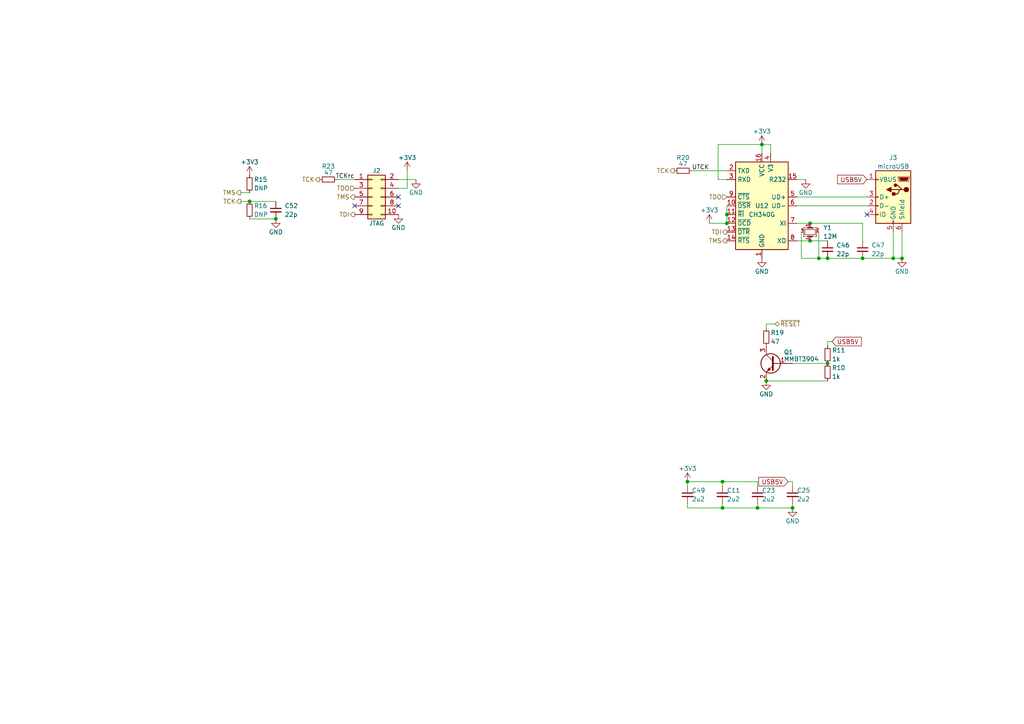
<source format=kicad_sch>
(kicad_sch (version 20230121) (generator eeschema)
  (paper "A4")
  (title_block (title "WarpSE (GW4410A)") (date "2024-04-23") (rev "1.0") (company "Garrett's Workshop"))
  (lib_symbols
    (symbol "Connector:USB_B_Micro" (pin_names (offset 1.016))
      (property "Reference" "J" (at -5.08 11.43 0))
      (property "Value" "USB_B_Micro" (at -5.08 8.89 0))
      (symbol "USB_B_Micro_0_1"
        (rectangle (start -5.08 -7.62) (end 5.08 7.62) (stroke (width 0.254)) (fill (type background)))
        (circle (center -3.81 2.159) (radius 0.635) (stroke (width 0.254)) (fill (type outline)))
        (circle (center -0.635 3.429) (radius 0.381) (stroke (width 0.254)) (fill (type outline)))
        (rectangle (start -0.127 -7.62) (end 0.127 -6.858))
        (polyline (pts (xy -1.905 2.159) (xy 0.635 2.159)) (stroke (width 0.254)))
        (polyline (pts (xy -3.175 2.159) (xy -2.54 2.159) (xy -1.27 3.429) (xy -0.635 3.429)) (stroke (width 0.254)))
        (polyline (pts (xy -2.54 2.159) (xy -1.905 2.159) (xy -1.27 0.889) (xy 0 0.889)) (stroke (width 0.254)))
        (polyline (pts (xy 0.635 2.794) (xy 0.635 1.524) (xy 1.905 2.159) (xy 0.635 2.794)) (stroke (width 0.254)) (fill (type outline)))
        (polyline (pts (xy -4.318 5.588) (xy -1.778 5.588) (xy -2.032 4.826) (xy -4.064 4.826) (xy -4.318 5.588)) (fill (type outline)))
        (polyline (pts (xy -4.699 5.842) (xy -4.699 5.588) (xy -4.445 4.826) (xy -4.445 4.572) (xy -1.651 4.572) (xy -1.651 4.826) (xy -1.397 5.588) (xy -1.397 5.842) (xy -4.699 5.842)))
        (rectangle (start 0.254 1.27) (end -0.508 0.508) (stroke (width 0.254)) (fill (type outline)))
        (rectangle (start 5.08 -5.207) (end 4.318 -4.953))
        (rectangle (start 5.08 -2.667) (end 4.318 -2.413))
        (rectangle (start 5.08 -0.127) (end 4.318 0.127))
        (rectangle (start 5.08 4.953) (end 4.318 5.207))
      )
      (symbol "USB_B_Micro_1_1"
        (pin power_out line (at 7.62 5.08 180) (length 2.54) (name "VBUS") (number "1"))
        (pin bidirectional line (at 7.62 -2.54 180) (length 2.54) (name "D-") (number "2"))
        (pin bidirectional line (at 7.62 0 180) (length 2.54) (name "D+") (number "3"))
        (pin passive line (at 7.62 -5.08 180) (length 2.54) (name "ID") (number "4"))
        (pin power_out line (at 0 -10.16 90) (length 2.54) (name "GND") (number "5"))
        (pin passive line (at -2.54 -10.16 90) (length 2.54) (name "Shield") (number "6"))
      )
    )
    (symbol "Connector_Generic:Conn_02x05_Odd_Even" (pin_names (offset 1.016) hide)
      (property "Reference" "J" (at 1.27 7.62 0))
      (property "Value" "Conn_02x05_Odd_Even" (at 1.27 -7.62 0))
      (symbol "Conn_02x05_Odd_Even_1_1"
        (rectangle (start -1.27 -4.953) (end 0 -5.207) (stroke (width 0.1524)))
        (rectangle (start -1.27 -2.413) (end 0 -2.667) (stroke (width 0.1524)))
        (rectangle (start -1.27 0.127) (end 0 -0.127) (stroke (width 0.1524)))
        (rectangle (start -1.27 2.667) (end 0 2.413) (stroke (width 0.1524)))
        (rectangle (start -1.27 5.207) (end 0 4.953) (stroke (width 0.1524)))
        (rectangle (start -1.27 6.35) (end 3.81 -6.35) (stroke (width 0.254)) (fill (type background)))
        (rectangle (start 3.81 -4.953) (end 2.54 -5.207) (stroke (width 0.1524)))
        (rectangle (start 3.81 -2.413) (end 2.54 -2.667) (stroke (width 0.1524)))
        (rectangle (start 3.81 0.127) (end 2.54 -0.127) (stroke (width 0.1524)))
        (rectangle (start 3.81 2.667) (end 2.54 2.413) (stroke (width 0.1524)))
        (rectangle (start 3.81 5.207) (end 2.54 4.953) (stroke (width 0.1524)))
        (pin passive line (at -5.08 5.08 0) (length 3.81) (name "Pin_1") (number "1"))
        (pin passive line (at 7.62 -5.08 180) (length 3.81) (name "Pin_10") (number "10"))
        (pin passive line (at 7.62 5.08 180) (length 3.81) (name "Pin_2") (number "2"))
        (pin passive line (at -5.08 2.54 0) (length 3.81) (name "Pin_3") (number "3"))
        (pin passive line (at 7.62 2.54 180) (length 3.81) (name "Pin_4") (number "4"))
        (pin passive line (at -5.08 0 0) (length 3.81) (name "Pin_5") (number "5"))
        (pin passive line (at 7.62 0 180) (length 3.81) (name "Pin_6") (number "6"))
        (pin passive line (at -5.08 -2.54 0) (length 3.81) (name "Pin_7") (number "7"))
        (pin passive line (at 7.62 -2.54 180) (length 3.81) (name "Pin_8") (number "8"))
        (pin passive line (at -5.08 -5.08 0) (length 3.81) (name "Pin_9") (number "9"))
      )
    )
    (symbol "Device:C_Small" (pin_numbers hide) (pin_names (offset 0.254) hide)
      (property "Reference" "C" (at 0.254 1.778 0))
      (property "Value" "C_Small" (at 0.254 -2.032 0))
      (symbol "C_Small_0_1"
        (polyline (pts (xy -1.524 -0.508) (xy 1.524 -0.508)) (stroke (width 0.3302)))
        (polyline (pts (xy -1.524 0.508) (xy 1.524 0.508)) (stroke (width 0.3048)))
      )
      (symbol "C_Small_1_1"
        (pin passive line (at 0 2.54 270) (length 2.032) (name "~") (number "1"))
        (pin passive line (at 0 -2.54 90) (length 2.032) (name "~") (number "2"))
      )
    )
    (symbol "Device:Crystal_GND24_Small" (pin_names (offset 1.016) hide)
      (property "Reference" "Y" (at 1.27 4.445 0))
      (property "Value" "Crystal_GND24_Small" (at 1.27 2.54 0))
      (symbol "Crystal_GND24_Small_0_1"
        (rectangle (start -0.762 -1.524) (end 0.762 1.524))
        (polyline (pts (xy -1.27 -0.762) (xy -1.27 0.762)) (stroke (width 0.381)))
        (polyline (pts (xy 1.27 -0.762) (xy 1.27 0.762)) (stroke (width 0.381)))
        (polyline (pts (xy -1.27 -1.27) (xy -1.27 -1.905) (xy 1.27 -1.905) (xy 1.27 -1.27)))
        (polyline (pts (xy -1.27 1.27) (xy -1.27 1.905) (xy 1.27 1.905) (xy 1.27 1.27)))
      )
      (symbol "Crystal_GND24_Small_1_1"
        (pin passive line (at -2.54 0 0) (length 1.27) (name "1") (number "1"))
        (pin passive line (at 0 -2.54 90) (length 0.635) (name "2") (number "2"))
        (pin passive line (at 2.54 0 180) (length 1.27) (name "3") (number "3"))
        (pin passive line (at 0 2.54 270) (length 0.635) (name "4") (number "4"))
      )
    )
    (symbol "Device:R_Small" (pin_numbers hide) (pin_names (offset 0.254) hide)
      (property "Reference" "R" (at 0.762 0.508 0))
      (property "Value" "R_Small" (at 0.762 -1.016 0))
      (symbol "R_Small_0_1"
        (rectangle (start -0.762 1.778) (end 0.762 -1.778) (stroke (width 0.2032)))
      )
      (symbol "R_Small_1_1"
        (pin passive line (at 0 2.54 270) (length 0.762) (name "~") (number "1"))
        (pin passive line (at 0 -2.54 90) (length 0.762) (name "~") (number "2"))
      )
    )
    (symbol "Interface_USB:CH340G"
      (property "Reference" "U" (at -5.08 13.97 0))
      (property "Value" "CH340G" (at 1.27 13.97 0))
      (symbol "CH340G_0_1"
        (rectangle (start -7.62 12.7) (end 7.62 -12.7) (stroke (width 0.254)) (fill (type background)))
      )
      (symbol "CH340G_1_1"
        (pin power_in line (at 0 -15.24 90) (length 2.54) (name "GND") (number "1"))
        (pin input line (at 10.16 0 180) (length 2.54) (name "~{DSR}") (number "10"))
        (pin input line (at 10.16 -2.54 180) (length 2.54) (name "~{RI}") (number "11"))
        (pin input line (at 10.16 -5.08 180) (length 2.54) (name "~{DCD}") (number "12"))
        (pin output line (at 10.16 -7.62 180) (length 2.54) (name "~{DTR}") (number "13"))
        (pin output line (at 10.16 -10.16 180) (length 2.54) (name "~{RTS}") (number "14"))
        (pin input line (at -10.16 7.62 0) (length 2.54) (name "R232") (number "15"))
        (pin power_in line (at 0 15.24 270) (length 2.54) (name "VCC") (number "16"))
        (pin output line (at 10.16 10.16 180) (length 2.54) (name "TXD") (number "2"))
        (pin input line (at 10.16 7.62 180) (length 2.54) (name "RXD") (number "3"))
        (pin passive line (at -2.54 15.24 270) (length 2.54) (name "V3") (number "4"))
        (pin bidirectional line (at -10.16 2.54 0) (length 2.54) (name "UD+") (number "5"))
        (pin bidirectional line (at -10.16 0 0) (length 2.54) (name "UD-") (number "6"))
        (pin input line (at -10.16 -5.08 0) (length 2.54) (name "XI") (number "7"))
        (pin output line (at -10.16 -10.16 0) (length 2.54) (name "XO") (number "8"))
        (pin input line (at 10.16 2.54 180) (length 2.54) (name "~{CTS}") (number "9"))
      )
    )
    (symbol "Transistor_BJT:MMBT3904" (pin_names (offset 0) hide)
      (property "Reference" "Q" (at 5.08 1.905 0))
      (property "Value" "MMBT3904" (at 5.08 0 0))
      (symbol "MMBT3904_0_1"
        (polyline (pts (xy 0.635 0.635) (xy 2.54 2.54)))
        (polyline (pts (xy 0.635 -0.635) (xy 2.54 -2.54) (xy 2.54 -2.54)))
        (polyline (pts (xy 0.635 1.905) (xy 0.635 -1.905) (xy 0.635 -1.905)) (stroke (width 0.508)))
        (polyline (pts (xy 1.27 -1.778) (xy 1.778 -1.27) (xy 2.286 -2.286) (xy 1.27 -1.778) (xy 1.27 -1.778)) (fill (type outline)))
        (circle (center 1.27 0) (radius 2.8194) (stroke (width 0.254)))
      )
      (symbol "MMBT3904_1_1"
        (pin input line (at -5.08 0 0) (length 5.715) (name "B") (number "1"))
        (pin passive line (at 2.54 -5.08 90) (length 2.54) (name "E") (number "2"))
        (pin passive line (at 2.54 5.08 270) (length 2.54) (name "C") (number "3"))
      )
    )
    (symbol "power:+3V3" (power) (pin_names (offset 0))
      (property "Value" "+3V3" (at 0 3.556 0))
      (symbol "+3V3_0_1"
        (polyline (pts (xy -0.762 1.27) (xy 0 2.54)))
        (polyline (pts (xy 0 0) (xy 0 2.54)))
        (polyline (pts (xy 0 2.54) (xy 0.762 1.27)))
      )
      (symbol "+3V3_1_1"
        (pin power_in line (at 0 0 90) (length 0) hide (name "+3V3") (number "1"))
      )
    )
    (symbol "power:GND" (power) (pin_names (offset 0))
      (property "Value" "GND" (at 0 -3.81 0))
      (symbol "GND_0_1"
        (polyline (pts (xy 0 0) (xy 0 -1.27) (xy 1.27 -1.27) (xy 0 -2.54) (xy -1.27 -1.27) (xy 0 -1.27)))
      )
      (symbol "GND_1_1"
        (pin power_in line (at 0 0 270) (length 0) hide (name "GND") (number "1"))
      )
    )
  )
  (junction (at 261.62 74.93))
  (junction (at 210.82 62.23))
  (junction (at 209.55 139.7))
  (junction (at 220.98 41.91))
  (junction (at 250.19 74.93))
  (junction (at 237.49 74.93))
  (junction (at 234.95 69.85))
  (junction (at 240.03 74.93))
  (junction (at 72.39 58.42))
  (junction (at 222.25 110.49))
  (junction (at 219.71 147.32))
  (junction (at 210.82 64.77))
  (junction (at 240.03 105.41))
  (junction (at 229.87 147.32))
  (junction (at 80.01 63.5))
  (junction (at 209.55 147.32))
  (junction (at 259.08 74.93))
  (junction (at 234.95 64.77))
  (junction (at 199.39 139.7))
  (no_connect (at 115.57 59.69))
  (no_connect (at 251.46 62.23))
  (no_connect (at 102.87 59.69))
  (no_connect (at 115.57 57.15))
  (wire (pts (xy 231.14 64.77) (xy 234.95 64.77)))
  (wire (pts (xy 240.03 69.85) (xy 234.95 69.85)))
  (wire (pts (xy 250.19 64.77) (xy 250.19 69.85)))
  (wire (pts (xy 115.57 52.07) (xy 120.65 52.07)))
  (wire (pts (xy 223.52 41.91) (xy 223.52 44.45)))
  (wire (pts (xy 208.28 41.91) (xy 220.98 41.91)))
  (wire (pts (xy 231.14 69.85) (xy 234.95 69.85)))
  (wire (pts (xy 240.03 74.93) (xy 250.19 74.93)))
  (wire (pts (xy 209.55 139.7) (xy 219.71 139.7)))
  (wire (pts (xy 115.57 54.61) (xy 118.11 54.61)))
  (wire (pts (xy 72.39 55.88) (xy 69.85 55.88)))
  (wire (pts (xy 229.87 139.7) (xy 229.87 140.97)))
  (wire (pts (xy 72.39 58.42) (xy 80.01 58.42)))
  (wire (pts (xy 259.08 74.93) (xy 261.62 74.93)))
  (wire (pts (xy 118.11 54.61) (xy 118.11 49.53)))
  (wire (pts (xy 237.49 74.93) (xy 232.41 74.93)))
  (wire (pts (xy 219.71 139.7) (xy 219.71 140.97)))
  (wire (pts (xy 237.49 67.31) (xy 237.49 74.93)))
  (wire (pts (xy 222.25 93.98) (xy 222.25 95.25)))
  (wire (pts (xy 72.39 63.5) (xy 80.01 63.5)))
  (wire (pts (xy 199.39 139.7) (xy 199.39 140.97)))
  (wire (pts (xy 229.87 147.32) (xy 229.87 146.05)))
  (wire (pts (xy 261.62 67.31) (xy 261.62 74.93)))
  (wire (pts (xy 210.82 62.23) (xy 210.82 59.69)))
  (wire (pts (xy 209.55 139.7) (xy 209.55 140.97)))
  (wire (pts (xy 220.98 41.91) (xy 223.52 41.91)))
  (wire (pts (xy 241.3 99.06) (xy 240.03 99.06)))
  (wire (pts (xy 234.95 64.77) (xy 250.19 64.77)))
  (wire (pts (xy 69.85 58.42) (xy 72.39 58.42)))
  (wire (pts (xy 240.03 105.41) (xy 229.87 105.41)))
  (wire (pts (xy 219.71 147.32) (xy 219.71 146.05)))
  (wire (pts (xy 259.08 67.31) (xy 259.08 74.93)))
  (wire (pts (xy 233.68 52.07) (xy 231.14 52.07)))
  (wire (pts (xy 250.19 74.93) (xy 259.08 74.93)))
  (wire (pts (xy 209.55 147.32) (xy 199.39 147.32)))
  (wire (pts (xy 199.39 139.7) (xy 209.55 139.7)))
  (wire (pts (xy 205.74 64.77) (xy 210.82 64.77)))
  (wire (pts (xy 219.71 147.32) (xy 209.55 147.32)))
  (wire (pts (xy 222.25 110.49) (xy 240.03 110.49)))
  (wire (pts (xy 237.49 74.93) (xy 240.03 74.93)))
  (wire (pts (xy 209.55 147.32) (xy 209.55 146.05)))
  (wire (pts (xy 240.03 99.06) (xy 240.03 100.33)))
  (wire (pts (xy 229.87 139.7) (xy 228.6 139.7)))
  (wire (pts (xy 199.39 147.32) (xy 199.39 146.05)))
  (wire (pts (xy 210.82 62.23) (xy 210.82 64.77)))
  (wire (pts (xy 219.71 147.32) (xy 229.87 147.32)))
  (wire (pts (xy 232.41 74.93) (xy 232.41 67.31)))
  (wire (pts (xy 251.46 57.15) (xy 231.14 57.15)))
  (wire (pts (xy 208.28 41.91) (xy 208.28 52.07)))
  (wire (pts (xy 224.79 93.98) (xy 222.25 93.98)))
  (wire (pts (xy 208.28 52.07) (xy 210.82 52.07)))
  (wire (pts (xy 231.14 59.69) (xy 251.46 59.69)))
  (wire (pts (xy 220.98 41.91) (xy 220.98 44.45)))
  (wire (pts (xy 97.79 52.07) (xy 102.87 52.07)))
  (wire (pts (xy 210.82 49.53) (xy 200.66 49.53)))
  (label "UTCK" (at 200.66 49.53 0))
  (label "TCKrc" (at 102.87 52.07 180))
  (global_label "USB5V" (shape input) (at 251.46 52.07 180) (property "Intersheetrefs" "${INTERSHEET_REFS}" (effects hide)))
  (global_label "USB5V" (shape input) (at 228.6 139.7 180) (property "Intersheetrefs" "${INTERSHEET_REFS}" (effects hide)))
  (global_label "USB5V" (shape input) (at 241.3 99.06 0) (property "Intersheetrefs" "${INTERSHEET_REFS}" (effects hide)))
  (hierarchical_label "TCK" (shape output) (at 92.71 52.07 180))
  (hierarchical_label "TCK" (shape output) (at 69.85 58.42 180))
  (hierarchical_label "TMS" (shape output) (at 69.85 55.88 180))
  (hierarchical_label "~{RESET}" (shape tri_state) (at 224.79 93.98 0))
  (hierarchical_label "TMS" (shape output) (at 210.82 69.85 180))
  (hierarchical_label "TDI" (shape output) (at 102.87 62.23 180))
  (hierarchical_label "TMS" (shape output) (at 102.87 57.15 180))
  (hierarchical_label "TDO" (shape input) (at 210.82 57.15 180))
  (hierarchical_label "TCK" (shape output) (at 195.58 49.53 180))
  (hierarchical_label "TDO" (shape input) (at 102.87 54.61 180))
  (hierarchical_label "TDI" (shape output) (at 210.82 67.31 180))
  (symbol (lib_id "Connector_Generic:Conn_02x05_Odd_Even") (at 107.95 57.15 0) (unit 1)
    (property "Reference" "J2" (at 109.22 49.53 0))
    (property "Value" "JTAG" (at 109.22 64.77 0))
    (property "Footprint" "stdpads:Tag-Connect_TC2050-IDC-FP_2x05_P1.27mm_Vertical" (effects hide))
  )
  (symbol (lib_id "power:+3V3") (at 118.11 49.53 0) (unit 1)
    (property "Reference" "#PWR0128" (effects hide))
    (property "Value" "+3V3" (at 118.11 45.72 0))
  )
  (symbol (lib_id "Interface_USB:CH340G") (at 220.98 59.69 0) (mirror y) (unit 1)
    (property "Reference" "U12" (at 220.98 59.69 0))
    (property "Value" "CH340G" (at 220.98 62.23 0))
    (property "Footprint" "stdpads:SOIC-16_3.9mm" (effects hide))
    (property "LCSC Part" "C14267" (effects hide))
  )
  (symbol (lib_id "power:GND") (at 233.68 52.07 0) (mirror y) (unit 1)
    (property "Reference" "#PWR0164" (effects hide))
    (property "Value" "GND" (at 233.68 55.88 0))
  )
  (symbol (lib_id "Device:C_Small") (at 209.55 143.51 0) (unit 1)
    (property "Reference" "C11" (at 210.82 142.24 0) (effects (justify left)))
    (property "Value" "2u2" (at 210.82 144.78 0) (effects (justify left)))
    (property "Footprint" "stdpads:C_0603" (effects hide))
    (property "LCSC Part" "C23630" (effects hide))
  )
  (symbol (lib_id "Device:C_Small") (at 219.71 143.51 0) (unit 1)
    (property "Reference" "C23" (at 220.98 142.24 0) (effects (justify left)))
    (property "Value" "2u2" (at 220.98 144.78 0) (effects (justify left)))
    (property "Footprint" "stdpads:C_0603" (effects hide))
    (property "LCSC Part" "C23630" (effects hide))
  )
  (symbol (lib_id "Device:C_Small") (at 229.87 143.51 0) (unit 1)
    (property "Reference" "C25" (at 231.14 142.24 0) (effects (justify left)))
    (property "Value" "2u2" (at 231.14 144.78 0) (effects (justify left)))
    (property "Footprint" "stdpads:C_0603" (effects hide))
    (property "LCSC Part" "C23630" (effects hide))
  )
  (symbol (lib_id "power:GND") (at 261.62 74.93 0) (mirror y) (unit 1)
    (property "Reference" "#PWR0165" (effects hide))
    (property "Value" "GND" (at 261.62 78.74 0))
  )
  (symbol (lib_id "power:GND") (at 115.57 62.23 0) (unit 1)
    (property "Reference" "#PWR0127" (effects hide))
    (property "Value" "GND" (at 115.57 66.04 0))
  )
  (symbol (lib_id "Device:C_Small") (at 240.03 72.39 0) (unit 1)
    (property "Reference" "C46" (at 242.57 71.12 0) (effects (justify left)))
    (property "Value" "22p" (at 242.57 73.66 0) (effects (justify left)))
    (property "Footprint" "stdpads:C_0603" (effects hide))
    (property "LCSC Part" "C1653" (effects hide))
  )
  (symbol (lib_id "Device:C_Small") (at 250.19 72.39 0) (unit 1)
    (property "Reference" "C47" (at 252.73 71.12 0) (effects (justify left)))
    (property "Value" "22p" (at 252.73 73.66 0) (effects (justify left)))
    (property "Footprint" "stdpads:C_0603" (effects hide))
    (property "LCSC Part" "C1653" (effects hide))
  )
  (symbol (lib_id "Connector:USB_B_Micro") (at 259.08 57.15 0) (mirror y) (unit 1)
    (property "Reference" "J3" (at 259.08 45.72 0))
    (property "Value" "microUSB" (at 259.08 48.26 0))
    (property "Footprint" "stdpads:USB_Micro-B_Amphenol_10118192-0001" (effects hide))
    (property "LCSC Part" "C132564" (effects hide))
  )
  (symbol (lib_id "power:GND") (at 120.65 52.07 0) (unit 1)
    (property "Reference" "#PWR0204" (effects hide))
    (property "Value" "GND" (at 120.65 55.88 0))
  )
  (symbol (lib_id "power:GND") (at 229.87 147.32 0) (mirror y) (unit 1)
    (property "Reference" "#PWR0199" (effects hide))
    (property "Value" "GND" (at 229.87 151.13 0))
  )
  (symbol (lib_id "power:GND") (at 220.98 74.93 0) (mirror y) (unit 1)
    (property "Reference" "#PWR0162" (effects hide))
    (property "Value" "GND" (at 220.98 78.74 0))
  )
  (symbol (lib_id "Device:R_Small") (at 72.39 60.96 0) (mirror y) (unit 1)
    (property "Reference" "R16" (at 73.66 59.69 0) (effects (justify right)))
    (property "Value" "DNP" (at 73.66 62.23 0) (effects (justify right)))
    (property "Footprint" "stdpads:R_0603" (effects hide))
  )
  (symbol (lib_id "Device:R_Small") (at 72.39 53.34 0) (mirror y) (unit 1)
    (property "Reference" "R15" (at 73.66 52.07 0) (effects (justify right)))
    (property "Value" "DNP" (at 73.66 54.61 0) (effects (justify right)))
    (property "Footprint" "stdpads:R_0603" (effects hide))
  )
  (symbol (lib_id "power:+3V3") (at 72.39 50.8 0) (unit 1)
    (property "Reference" "#PWR0205" (effects hide))
    (property "Value" "+3V3" (at 72.39 46.99 0))
  )
  (symbol (lib_id "power:GND") (at 80.01 63.5 0) (unit 1)
    (property "Reference" "#PWR0206" (effects hide))
    (property "Value" "GND" (at 80.01 67.31 0))
  )
  (symbol (lib_id "Device:R_Small") (at 240.03 102.87 180) (unit 1)
    (property "Reference" "R11" (at 241.3 101.6 0) (effects (justify right)))
    (property "Value" "1k" (at 241.3 104.14 0) (effects (justify right)))
    (property "Footprint" "stdpads:R_0603" (effects hide))
    (property "LCSC Part" "C21190" (effects hide))
  )
  (symbol (lib_id "power:+3V3") (at 205.74 64.77 0) (unit 1)
    (property "Reference" "#PWR022" (effects hide))
    (property "Value" "+3V3" (at 205.74 60.96 0))
  )
  (symbol (lib_id "Device:Crystal_GND24_Small") (at 234.95 67.31 90) (unit 1)
    (property "Reference" "Y1" (at 238.76 66.04 90) (effects (justify right)))
    (property "Value" "12M" (at 238.76 68.58 90) (effects (justify right)))
    (property "Footprint" "stdpads:Crystal_SMD_3225-4Pin_3.2x2.5mm" (effects hide))
    (property "LCSC Part" "C9002" (effects hide))
  )
  (symbol (lib_id "power:+3V3") (at 199.39 139.7 0) (unit 1)
    (property "Reference" "#PWR023" (effects hide))
    (property "Value" "+3V3" (at 199.39 135.89 0))
  )
  (symbol (lib_id "Transistor_BJT:MMBT3904") (at 224.79 105.41 0) (mirror y) (unit 1)
    (property "Reference" "Q1" (at 227.33 102.87 0) (effects (justify right bottom)))
    (property "Value" "MMBT3904" (at 227.33 104.14 0) (effects (justify right)))
    (property "Footprint" "stdpads:SOT-23" (effects hide))
    (property "LCSC Part" "C20526" (effects hide))
  )
  (symbol (lib_id "Device:R_Small") (at 198.12 49.53 270) (unit 1)
    (property "Reference" "R20" (at 198.12 45.72 90))
    (property "Value" "47" (at 198.12 48.26 90) (effects (justify bottom)))
    (property "Footprint" "stdpads:R_0603" (effects hide))
    (property "LCSC Part" "C23182" (effects hide))
  )
  (symbol (lib_id "Device:R_Small") (at 222.25 97.79 0) (mirror y) (unit 1)
    (property "Reference" "R19" (at 223.52 96.52 0) (effects (justify right)))
    (property "Value" "47" (at 223.52 99.06 0) (effects (justify right)))
    (property "Footprint" "stdpads:R_0603" (effects hide))
    (property "LCSC Part" "C23182" (effects hide))
  )
  (symbol (lib_id "Device:C_Small") (at 199.39 143.51 0) (unit 1)
    (property "Reference" "C49" (at 200.66 142.24 0) (effects (justify left)))
    (property "Value" "2u2" (at 200.66 144.78 0) (effects (justify left)))
    (property "Footprint" "stdpads:C_0603" (effects hide))
    (property "LCSC Part" "C23630" (effects hide))
  )
  (symbol (lib_id "Device:R_Small") (at 95.25 52.07 270) (unit 1)
    (property "Reference" "R23" (at 95.25 48.26 90))
    (property "Value" "47" (at 95.25 50.8 90) (effects (justify bottom)))
    (property "Footprint" "stdpads:R_0603" (effects hide))
    (property "LCSC Part" "C23182" (effects hide))
  )
  (symbol (lib_id "power:GND") (at 222.25 110.49 0) (unit 1)
    (property "Reference" "#PWR020" (effects hide))
    (property "Value" "GND" (at 222.25 114.3 0))
  )
  (symbol (lib_id "Device:R_Small") (at 240.03 107.95 180) (unit 1)
    (property "Reference" "R10" (at 241.3 106.68 0) (effects (justify right)))
    (property "Value" "1k" (at 241.3 109.22 0) (effects (justify right)))
    (property "Footprint" "stdpads:R_0603" (effects hide))
    (property "LCSC Part" "C21190" (effects hide))
  )
  (symbol (lib_id "power:+3V3") (at 220.98 41.91 0) (unit 1)
    (property "Reference" "#PWR021" (effects hide))
    (property "Value" "+3V3" (at 220.98 38.1 0))
  )
  (symbol (lib_id "Device:C_Small") (at 80.01 60.96 0) (unit 1)
    (property "Reference" "C52" (at 82.55 59.69 0) (effects (justify left)))
    (property "Value" "22p" (at 82.55 62.23 0) (effects (justify left)))
    (property "Footprint" "stdpads:C_0603" (effects hide))
    (property "LCSC Part" "C1653" (effects hide))
  )
)
</source>
